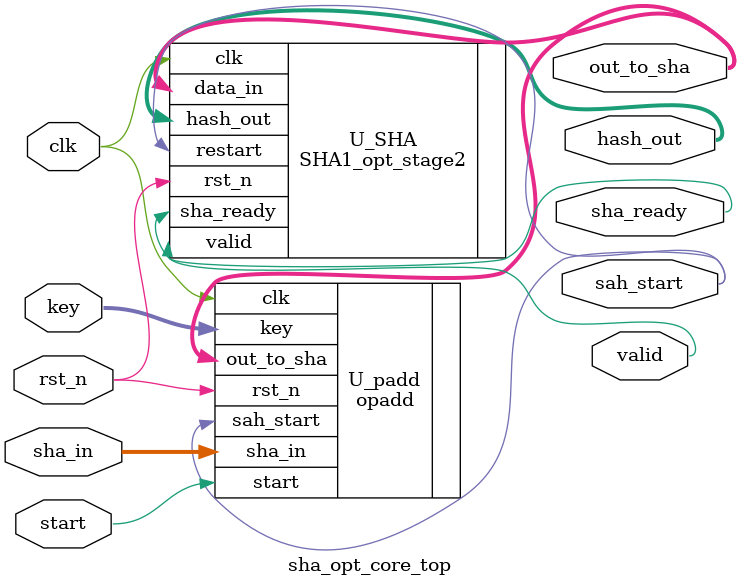
<source format=v>
module sha_opt_core_top(
    input clk,
    input rst_n,
    input [159:0] sha_in,
    input [511:0] key   ,
    input start         ,
    output wire [31:0] out_to_sha,
    output wire sah_start,
    output wire valid   ,
    output wire sha_ready,
    output [159:0] hash_out
);


opadd U_padd(
    .rst_n     (rst_n     ),
    .clk       (clk       ),
    .sha_in    (sha_in    ),
    .key       (key       ),
    .start     (start     ),
    .out_to_sha(out_to_sha),
    .sah_start (sah_start )
);

SHA1_opt_stage2 U_SHA(
    .clk        (clk        ),
    .rst_n      (rst_n      ),
    .data_in    (out_to_sha ),
    .restart    (sah_start  ), // signal to start processing a new message block : must remain high for 16 cycles
    .valid      (valid      ),
    .sha_ready  (sha_ready  ),
    .hash_out   (hash_out   )
);



endmodule
</source>
